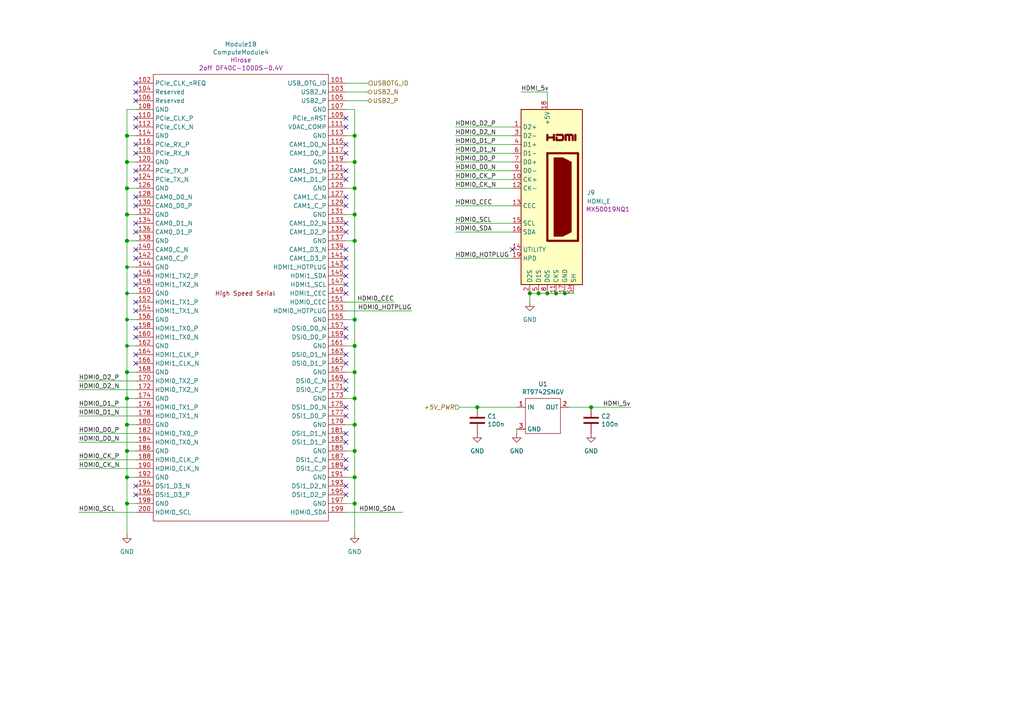
<source format=kicad_sch>
(kicad_sch (version 20231120) (generator "eeschema") (generator_version "8.0")
  (paper "A4")
  (lib_symbols
    (symbol "CM4IO:ComputeModule4-CM4"
      (property "Reference" "Module" (at 113.03 -68.58 0))
      (property "Value" "ComputeModule4-CM4" (at 140.97 2.54 0))
      (property "Field4" "Hirose" (at 0 0 0))
      (property "Field5" "2x DF40C-100DS-0.4V" (at 0 -2.54 0))
      (symbol "ComputeModule4-CM4_1_0"
        (text "GPIO" (at 0 6.35 0) (effects (font (size 1.27 1.27))))
      )
      (symbol "ComputeModule4-CM4_1_1"
        (rectangle (start -30.48 -71.12) (end 25.4 58.42))
        (text "600mA Max" (at -8.89 -53.34 0) (effects (font (size 1.27 1.27))))
        (text "600mA Max" (at -8.89 -48.26 0) (effects (font (size 1.27 1.27))))
        (text "NB SD signals are only available" (at -1.27 -27.94 0) (effects (font (size 1.27 1.27))))
        (text "on modules without eMMC" (at -1.27 -30.48 0) (effects (font (size 1.27 1.27))))
        (pin power_in line (at 27.94 55.88 180) (length 2.54) (name "GND") (number "1"))
        (pin passive line (at -33.02 45.72 0) (length 2.54) (name "Ethernet_Pair0_N") (number "10"))
        (pin output line (at -33.02 -68.58 0) (length 2.54) (name "nEXTRST") (number "100"))
        (pin passive line (at 27.94 43.18 180) (length 2.54) (name "Ethernet_Pair2_P") (number "11"))
        (pin passive line (at -33.02 43.18 0) (length 2.54) (name "Ethernet_Pair0_P") (number "12"))
        (pin power_in line (at 27.94 40.64 180) (length 2.54) (name "GND") (number "13"))
        (pin power_in line (at -33.02 40.64 0) (length 2.54) (name "GND") (number "14"))
        (pin output line (at 27.94 38.1 180) (length 2.54) (name "Ethernet_nLED3(3.3v)") (number "15"))
        (pin input line (at -33.02 38.1 0) (length 2.54) (name "Ethernet_SYNC_IN(1.8v)") (number "16"))
        (pin output line (at 27.94 35.56 180) (length 2.54) (name "Ethernet_nLED2(3.3v)") (number "17"))
        (pin input line (at -33.02 35.56 0) (length 2.54) (name "Ethernet_SYNC_OUT(1.8v)") (number "18"))
        (pin output line (at 27.94 33.02 180) (length 2.54) (name "Ethernet_nLED1(3.3v)") (number "19"))
        (pin power_in line (at -33.02 55.88 0) (length 2.54) (name "GND") (number "2"))
        (pin passive line (at -33.02 33.02 0) (length 2.54) (name "EEPROM_nWP") (number "20"))
        (pin open_collector line (at 27.94 30.48 180) (length 2.54) (name "PI_nLED_Activity") (number "21"))
        (pin power_in line (at -33.02 30.48 0) (length 2.54) (name "GND") (number "22"))
        (pin power_in line (at 27.94 27.94 180) (length 2.54) (name "GND") (number "23"))
        (pin passive line (at -33.02 27.94 0) (length 2.54) (name "GPIO26") (number "24"))
        (pin passive line (at 27.94 25.4 180) (length 2.54) (name "GPIO21") (number "25"))
        (pin passive line (at -33.02 25.4 0) (length 2.54) (name "GPIO19") (number "26"))
        (pin passive line (at 27.94 22.86 180) (length 2.54) (name "GPIO20") (number "27"))
        (pin passive line (at -33.02 22.86 0) (length 2.54) (name "GPIO13") (number "28"))
        (pin passive line (at 27.94 20.32 180) (length 2.54) (name "GPIO16") (number "29"))
        (pin passive line (at 27.94 53.34 180) (length 2.54) (name "Ethernet_Pair3_P") (number "3"))
        (pin passive line (at -33.02 20.32 0) (length 2.54) (name "GPIO6") (number "30"))
        (pin passive line (at 27.94 17.78 180) (length 2.54) (name "GPIO12") (number "31"))
        (pin power_in line (at -33.02 17.78 0) (length 2.54) (name "GND") (number "32"))
        (pin power_in line (at 27.94 15.24 180) (length 2.54) (name "GND") (number "33"))
        (pin passive line (at -33.02 15.24 0) (length 2.54) (name "GPIO5") (number "34"))
        (pin passive line (at 27.94 12.7 180) (length 2.54) (name "ID_SC") (number "35"))
        (pin passive line (at -33.02 12.7 0) (length 2.54) (name "ID_SD") (number "36"))
        (pin passive line (at 27.94 10.16 180) (length 2.54) (name "GPIO7") (number "37"))
        (pin passive line (at -33.02 10.16 0) (length 2.54) (name "GPIO11") (number "38"))
        (pin passive line (at 27.94 7.62 180) (length 2.54) (name "GPIO8") (number "39"))
        (pin passive line (at -33.02 53.34 0) (length 2.54) (name "Ethernet_Pair1_P") (number "4"))
        (pin passive line (at -33.02 7.62 0) (length 2.54) (name "GPIO9") (number "40"))
        (pin passive line (at 27.94 5.08 180) (length 2.54) (name "GPIO25") (number "41"))
        (pin power_in line (at -33.02 5.08 0) (length 2.54) (name "GND") (number "42"))
        (pin power_in line (at 27.94 2.54 180) (length 2.54) (name "GND") (number "43"))
        (pin passive line (at -33.02 2.54 0) (length 2.54) (name "GPIO10") (number "44"))
        (pin passive line (at 27.94 0 180) (length 2.54) (name "GPIO24") (number "45"))
        (pin passive line (at -33.02 0 0) (length 2.54) (name "GPIO22") (number "46"))
        (pin passive line (at 27.94 -2.54 180) (length 2.54) (name "GPIO23") (number "47"))
        (pin passive line (at -33.02 -2.54 0) (length 2.54) (name "GPIO27") (number "48"))
        (pin passive line (at 27.94 -5.08 180) (length 2.54) (name "GPIO18") (number "49"))
        (pin passive line (at 27.94 50.8 180) (length 2.54) (name "Ethernet_Pair3_N") (number "5"))
        (pin passive line (at -33.02 -5.08 0) (length 2.54) (name "GPIO17") (number "50"))
        (pin passive line (at 27.94 -7.62 180) (length 2.54) (name "GPIO15") (number "51"))
        (pin power_in line (at -33.02 -7.62 0) (length 2.54) (name "GND") (number "52"))
        (pin power_in line (at 27.94 -10.16 180) (length 2.54) (name "GND") (number "53"))
        (pin passive line (at -33.02 -10.16 0) (length 2.54) (name "GPIO4") (number "54"))
        (pin passive line (at 27.94 -12.7 180) (length 2.54) (name "GPIO14") (number "55"))
        (pin passive line (at -33.02 -12.7 0) (length 2.54) (name "GPIO3") (number "56"))
        (pin passive line (at 27.94 -15.24 180) (length 2.54) (name "SD_CLK") (number "57"))
        (pin passive line (at -33.02 -15.24 0) (length 2.54) (name "GPIO2") (number "58"))
        (pin power_in line (at 27.94 -17.78 180) (length 2.54) (name "GND") (number "59"))
        (pin passive line (at -33.02 50.8 0) (length 2.54) (name "Ethernet_Pair1_N") (number "6"))
        (pin power_in line (at -33.02 -17.78 0) (length 2.54) (name "GND") (number "60"))
        (pin passive line (at 27.94 -20.32 180) (length 2.54) (name "SD_DAT3") (number "61"))
        (pin passive line (at -33.02 -20.32 0) (length 2.54) (name "SD_CMD") (number "62"))
        (pin passive line (at 27.94 -22.86 180) (length 2.54) (name "SD_DAT0") (number "63"))
        (pin passive line (at -33.02 -22.86 0) (length 2.54) (name "SD_DAT5") (number "64"))
        (pin power_in line (at 27.94 -25.4 180) (length 2.54) (name "GND") (number "65"))
        (pin power_in line (at -33.02 -25.4 0) (length 2.54) (name "GND") (number "66"))
        (pin passive line (at 27.94 -27.94 180) (length 2.54) (name "SD_DAT1") (number "67"))
        (pin passive line (at -33.02 -27.94 0) (length 2.54) (name "SD_DAT4") (number "68"))
        (pin passive line (at 27.94 -30.48 180) (length 2.54) (name "SD_DAT2") (number "69"))
        (pin power_in line (at 27.94 48.26 180) (length 2.54) (name "GND") (number "7"))
        (pin passive line (at -33.02 -30.48 0) (length 2.54) (name "SD_DAT7") (number "70"))
        (pin power_in line (at 27.94 -33.02 180) (length 2.54) (name "GND") (number "71"))
        (pin passive line (at -33.02 -33.02 0) (length 2.54) (name "SD_DAT6") (number "72"))
        (pin input line (at 27.94 -35.56 180) (length 2.54) (name "SD_VDD_Override") (number "73"))
        (pin power_in line (at -33.02 -35.56 0) (length 2.54) (name "GND") (number "74"))
        (pin output line (at 27.94 -38.1 180) (length 2.54) (name "SD_PWR_ON") (number "75"))
        (pin passive line (at -33.02 -38.1 0) (length 2.54) (name "Reserved") (number "76"))
        (pin power_in line (at 27.94 -40.64 180) (length 2.54) (name "+5v_(Input)") (number "77"))
        (pin power_in line (at -33.02 -40.64 0) (length 2.54) (name "GPIO_VREF(1.8v/3.3v_Input)") (number "78"))
        (pin power_in line (at 27.94 -43.18 180) (length 2.54) (name "+5v_(Input)") (number "79"))
        (pin power_in line (at -33.02 48.26 0) (length 2.54) (name "GND") (number "8"))
        (pin passive line (at -33.02 -43.18 0) (length 2.54) (name "SCL0") (number "80"))
        (pin power_in line (at 27.94 -45.72 180) (length 2.54) (name "+5v_(Input)") (number "81"))
        (pin passive line (at -33.02 -45.72 0) (length 2.54) (name "SDA0") (number "82"))
        (pin power_in line (at 27.94 -48.26 180) (length 2.54) (name "+5v_(Input)") (number "83"))
        (pin power_out line (at -33.02 -48.26 0) (length 2.54) (name "+3.3v_(Output)") (number "84"))
        (pin power_in line (at 27.94 -50.8 180) (length 2.54) (name "+5v_(Input)") (number "85"))
        (pin power_out line (at -33.02 -50.8 0) (length 2.54) (name "+3.3v_(Output)") (number "86"))
        (pin power_in line (at 27.94 -53.34 180) (length 2.54) (name "+5v_(Input)") (number "87"))
        (pin power_out line (at -33.02 -53.34 0) (length 2.54) (name "+1.8v_(Output)") (number "88"))
        (pin power_in line (at 27.94 -55.88 180) (length 2.54) (name "WiFi_nDisable") (number "89"))
        (pin passive line (at 27.94 45.72 180) (length 2.54) (name "Ethernet_Pair2_N") (number "9"))
        (pin power_out line (at -33.02 -55.88 0) (length 2.54) (name "+1.8v_(Output)") (number "90"))
        (pin power_in line (at 27.94 -58.42 180) (length 2.54) (name "BT_nDisable") (number "91"))
        (pin passive line (at -33.02 -58.42 0) (length 2.54) (name "RUN_PG") (number "92"))
        (pin input line (at 27.94 -60.96 180) (length 2.54) (name "nRPIBOOT") (number "93"))
        (pin passive line (at -33.02 -60.96 0) (length 2.54) (name "AnalogIP0") (number "94"))
        (pin output line (at 27.94 -63.5 180) (length 2.54) (name "nPI_LED_PWR") (number "95"))
        (pin passive line (at -33.02 -63.5 0) (length 2.54) (name "AnalogIP1") (number "96"))
        (pin passive line (at 27.94 -66.04 180) (length 2.54) (name "Camera_GPIO") (number "97"))
        (pin power_in line (at -33.02 -66.04 0) (length 2.54) (name "GND") (number "98"))
        (pin input line (at 27.94 -68.58 180) (length 2.54) (name "Global_EN") (number "99"))
      )
      (symbol "ComputeModule4-CM4_2_1"
        (rectangle (start 114.3 -66.04) (end 165.1 63.5))
        (text "High Speed Serial" (at 140.97 0 0) (effects (font (size 1.27 1.27))))
        (pin input line (at 170.18 60.96 180) (length 5.08) (name "USB_OTG_ID") (number "101"))
        (pin input line (at 109.22 60.96 0) (length 5.08) (name "PCIe_CLK_nREQ") (number "102"))
        (pin passive line (at 170.18 58.42 180) (length 5.08) (name "USB2_N") (number "103"))
        (pin passive line (at 109.22 58.42 0) (length 5.08) (name "Reserved") (number "104"))
        (pin passive line (at 170.18 55.88 180) (length 5.08) (name "USB2_P") (number "105"))
        (pin passive line (at 109.22 55.88 0) (length 5.08) (name "Reserved") (number "106"))
        (pin power_in line (at 170.18 53.34 180) (length 5.08) (name "GND") (number "107"))
        (pin power_in line (at 109.22 53.34 0) (length 5.08) (name "GND") (number "108"))
        (pin bidirectional line (at 170.18 50.8 180) (length 5.08) (name "PCIe_nRST") (number "109"))
        (pin output line (at 109.22 50.8 0) (length 5.08) (name "PCIe_CLK_P") (number "110"))
        (pin passive line (at 170.18 48.26 180) (length 5.08) (name "VDAC_COMP") (number "111"))
        (pin output line (at 109.22 48.26 0) (length 5.08) (name "PCIe_CLK_N") (number "112"))
        (pin power_in line (at 170.18 45.72 180) (length 5.08) (name "GND") (number "113"))
        (pin power_in line (at 109.22 45.72 0) (length 5.08) (name "GND") (number "114"))
        (pin input line (at 170.18 43.18 180) (length 5.08) (name "CAM1_D0_N") (number "115"))
        (pin input line (at 109.22 43.18 0) (length 5.08) (name "PCIe_RX_P") (number "116"))
        (pin input line (at 170.18 40.64 180) (length 5.08) (name "CAM1_D0_P") (number "117"))
        (pin input line (at 109.22 40.64 0) (length 5.08) (name "PCIe_RX_N") (number "118"))
        (pin power_in line (at 170.18 38.1 180) (length 5.08) (name "GND") (number "119"))
        (pin power_in line (at 109.22 38.1 0) (length 5.08) (name "GND") (number "120"))
        (pin input line (at 170.18 35.56 180) (length 5.08) (name "CAM1_D1_N") (number "121"))
        (pin output line (at 109.22 35.56 0) (length 5.08) (name "PCIe_TX_P") (number "122"))
        (pin input line (at 170.18 33.02 180) (length 5.08) (name "CAM1_D1_P") (number "123"))
        (pin output line (at 109.22 33.02 0) (length 5.08) (name "PCIe_TX_N") (number "124"))
        (pin power_in line (at 170.18 30.48 180) (length 5.08) (name "GND") (number "125"))
        (pin power_in line (at 109.22 30.48 0) (length 5.08) (name "GND") (number "126"))
        (pin input line (at 170.18 27.94 180) (length 5.08) (name "CAM1_C_N") (number "127"))
        (pin input line (at 109.22 27.94 0) (length 5.08) (name "CAM0_D0_N") (number "128"))
        (pin input line (at 170.18 25.4 180) (length 5.08) (name "CAM1_C_P") (number "129"))
        (pin input line (at 109.22 25.4 0) (length 5.08) (name "CAM0_D0_P") (number "130"))
        (pin power_in line (at 170.18 22.86 180) (length 5.08) (name "GND") (number "131"))
        (pin power_in line (at 109.22 22.86 0) (length 5.08) (name "GND") (number "132"))
        (pin input line (at 170.18 20.32 180) (length 5.08) (name "CAM1_D2_N") (number "133"))
        (pin input line (at 109.22 20.32 0) (length 5.08) (name "CAM0_D1_N") (number "134"))
        (pin input line (at 170.18 17.78 180) (length 5.08) (name "CAM1_D2_P") (number "135"))
        (pin input line (at 109.22 17.78 0) (length 5.08) (name "CAM0_D1_P") (number "136"))
        (pin power_in line (at 170.18 15.24 180) (length 5.08) (name "GND") (number "137"))
        (pin power_in line (at 109.22 15.24 0) (length 5.08) (name "GND") (number "138"))
        (pin input line (at 170.18 12.7 180) (length 5.08) (name "CAM1_D3_N") (number "139"))
        (pin input line (at 109.22 12.7 0) (length 5.08) (name "CAM0_C_N") (number "140"))
        (pin input line (at 170.18 10.16 180) (length 5.08) (name "CAM1_D3_P") (number "141"))
        (pin input line (at 109.22 10.16 0) (length 5.08) (name "CAM0_C_P") (number "142"))
        (pin input line (at 170.18 7.62 180) (length 5.08) (name "HDMI1_HOTPLUG") (number "143"))
        (pin power_in line (at 109.22 7.62 0) (length 5.08) (name "GND") (number "144"))
        (pin bidirectional line (at 170.18 5.08 180) (length 5.08) (name "HDMI1_SDA") (number "145"))
        (pin output line (at 109.22 5.08 0) (length 5.08) (name "HDMI1_TX2_P") (number "146"))
        (pin open_collector line (at 170.18 2.54 180) (length 5.08) (name "HDMI1_SCL") (number "147"))
        (pin output line (at 109.22 2.54 0) (length 5.08) (name "HDMI1_TX2_N") (number "148"))
        (pin open_collector line (at 170.18 0 180) (length 5.08) (name "HDMI1_CEC") (number "149"))
        (pin power_in line (at 109.22 0 0) (length 5.08) (name "GND") (number "150"))
        (pin open_collector line (at 170.18 -2.54 180) (length 5.08) (name "HDMI0_CEC") (number "151"))
        (pin output line (at 109.22 -2.54 0) (length 5.08) (name "HDMI1_TX1_P") (number "152"))
        (pin input line (at 170.18 -5.08 180) (length 5.08) (name "HDMI0_HOTPLUG") (number "153"))
        (pin output line (at 109.22 -5.08 0) (length 5.08) (name "HDMI1_TX1_N") (number "154"))
        (pin power_in line (at 170.18 -7.62 180) (length 5.08) (name "GND") (number "155"))
        (pin power_in line (at 109.22 -7.62 0) (length 5.08) (name "GND") (number "156"))
        (pin output line (at 170.18 -10.16 180) (length 5.08) (name "DSI0_D0_N") (number "157"))
        (pin output line (at 109.22 -10.16 0) (length 5.08) (name "HDMI1_TX0_P") (number "158"))
        (pin output line (at 170.18 -12.7 180) (length 5.08) (name "DSI0_D0_P") (number "159"))
        (pin output line (at 109.22 -12.7 0) (length 5.08) (name "HDMI1_TX0_N") (number "160"))
        (pin power_in line (at 170.18 -15.24 180) (length 5.08) (name "GND") (number "161"))
        (pin power_in line (at 109.22 -15.24 0) (length 5.08) (name "GND") (number "162"))
        (pin output line (at 170.18 -17.78 180) (length 5.08) (name "DSI0_D1_N") (number "163"))
        (pin output line (at 109.22 -17.78 0) (length 5.08) (name "HDMI1_CLK_P") (number "164"))
        (pin output line (at 170.18 -20.32 180) (length 5.08) (name "DSI0_D1_P") (number "165"))
        (pin output line (at 109.22 -20.32 0) (length 5.08) (name "HDMI1_CLK_N") (number "166"))
        (pin power_in line (at 170.18 -22.86 180) (length 5.08) (name "GND") (number "167"))
        (pin power_in line (at 109.22 -22.86 0) (length 5.08) (name "GND") (number "168"))
        (pin output line (at 170.18 -25.4 180) (length 5.08) (name "DSI0_C_N") (number "169"))
        (pin output line (at 109.22 -25.4 0) (length 5.08) (name "HDMI0_TX2_P") (number "170"))
        (pin output line (at 170.18 -27.94 180) (length 5.08) (name "DSI0_C_P") (number "171"))
        (pin output line (at 109.22 -27.94 0) (length 5.08) (name "HDMI0_TX2_N") (number "172"))
        (pin power_in line (at 170.18 -30.48 180) (length 5.08) (name "GND") (number "173"))
        (pin power_in line (at 109.22 -30.48 0) (length 5.08) (name "GND") (number "174"))
        (pin output line (at 170.18 -33.02 180) (length 5.08) (name "DSI1_D0_N") (number "175"))
        (pin output line (at 109.22 -33.02 0) (length 5.08) (name "HDMI0_TX1_P") (number "176"))
        (pin output line (at 170.18 -35.56 180) (length 5.08) (name "DSI1_D0_P") (number "177"))
        (pin output line (at 109.22 -35.56 0) (length 5.08) (name "HDMI0_TX1_N") (number "178"))
        (pin power_in line (at 170.18 -38.1 180) (length 5.08) (name "GND") (number "179"))
        (pin power_in line (at 109.22 -38.1 0) (length 5.08) (name "GND") (number "180"))
        (pin output line (at 170.18 -40.64 180) (length 5.08) (name "DSI1_D1_N") (number "181"))
        (pin output line (at 109.22 -40.64 0) (length 5.08) (name "HDMI0_TX0_P") (number "182"))
        (pin output line (at 170.18 -43.18 180) (length 5.08) (name "DSI1_D1_P") (number "183"))
        (pin output line (at 109.22 -43.18 0) (length 5.08) (name "HDMI0_TX0_N") (number "184"))
        (pin power_in line (at 170.18 -45.72 180) (length 5.08) (name "GND") (number "185"))
        (pin power_in line (at 109.22 -45.72 0) (length 5.08) (name "GND") (number "186"))
        (pin output line (at 170.18 -48.26 180) (length 5.08) (name "DSI1_C_N") (number "187"))
        (pin output line (at 109.22 -48.26 0) (length 5.08) (name "HDMI0_CLK_P") (number "188"))
        (pin output line (at 170.18 -50.8 180) (length 5.08) (name "DSI1_C_P") (number "189"))
        (pin output line (at 109.22 -50.8 0) (length 5.08) (name "HDMI0_CLK_N") (number "190"))
        (pin power_in line (at 170.18 -53.34 180) (length 5.08) (name "GND") (number "191"))
        (pin power_in line (at 109.22 -53.34 0) (length 5.08) (name "GND") (number "192"))
        (pin output line (at 170.18 -55.88 180) (length 5.08) (name "DSI1_D2_N") (number "193"))
        (pin output line (at 109.22 -55.88 0) (length 5.08) (name "DSI1_D3_N") (number "194"))
        (pin output line (at 170.18 -58.42 180) (length 5.08) (name "DSI1_D2_P") (number "195"))
        (pin output line (at 109.22 -58.42 0) (length 5.08) (name "DSI1_D3_P") (number "196"))
        (pin power_in line (at 170.18 -60.96 180) (length 5.08) (name "GND") (number "197"))
        (pin power_in line (at 109.22 -60.96 0) (length 5.08) (name "GND") (number "198"))
        (pin bidirectional line (at 170.18 -63.5 180) (length 5.08) (name "HDMI0_SDA") (number "199"))
        (pin open_collector line (at 109.22 -63.5 0) (length 5.08) (name "HDMI0_SCL") (number "200"))
      )
    )
    (symbol "CM4IO:RT9742SNGV"
      (property "Reference" "U12" (at 2.54 10.541 0))
      (property "Value" "RT9742SNGV" (at 2.54 8.2296 0))
      (symbol "RT9742SNGV_0_1"
        (rectangle (start -2.54 6.35) (end 7.62 -3.81))
      )
      (symbol "RT9742SNGV_1_1"
        (pin power_in line (at -5.08 3.81 0) (length 2.54) (name "IN") (number "1"))
        (pin output line (at 10.16 3.81 180) (length 2.54) (name "OUT") (number "2"))
        (pin power_in line (at -5.08 -2.54 0) (length 2.54) (name "GND") (number "3"))
      )
    )
    (symbol "Connector:HDMI_E"
      (property "Reference" "J" (at -6.35 26.67 0))
      (property "Value" "HDMI_E" (at 10.16 26.67 0))
      (symbol "HDMI_E_0_0"
        (polyline (pts (xy 8.128 16.51) (xy 8.128 18.034)) (stroke (width 0.635)))
        (polyline (pts (xy 0 16.51) (xy 0 18.034) (xy 0 17.272) (xy 1.905 17.272) (xy 1.905 18.034) (xy 1.905 16.51)) (stroke (width 0.635)))
        (polyline (pts (xy 2.667 18.034) (xy 4.318 18.034) (xy 4.572 17.78) (xy 4.572 16.764) (xy 4.318 16.51) (xy 2.667 16.51) (xy 2.667 17.272)) (stroke (width 0.635)))
      )
      (symbol "HDMI_E_0_1"
        (rectangle (start -7.62 25.4) (end 10.16 -25.4) (stroke (width 0.254)) (fill (type background)))
        (polyline (pts (xy 1.905 11.43) (xy 4.445 11.43) (xy 6.985 10.16) (xy 6.985 -10.16) (xy 4.445 -11.43) (xy 1.905 -11.43) (xy 1.905 11.43)) (fill (type outline)))
        (polyline (pts (xy 5.334 16.51) (xy 5.334 18.034) (xy 6.35 18.034) (xy 6.35 16.51) (xy 6.35 18.034) (xy 7.112 18.034) (xy 7.366 17.78) (xy 7.366 16.51)) (stroke (width 0.635)))
        (rectangle (start 0 12.7) (end 8.89 -12.7) (stroke (width 0.635)))
      )
      (symbol "HDMI_E_1_1"
        (pin passive line (at -10.16 20.32 0) (length 2.54) (name "D2+") (number "1"))
        (pin passive line (at -10.16 5.08 0) (length 2.54) (name "CK+") (number "10"))
        (pin power_in line (at 2.54 -27.94 90) (length 2.54) (name "CKS") (number "11"))
        (pin passive line (at -10.16 2.54 0) (length 2.54) (name "CK-") (number "12"))
        (pin bidirectional line (at -10.16 -2.54 0) (length 2.54) (name "CEC") (number "13"))
        (pin passive line (at -10.16 -15.24 0) (length 2.54) (name "UTILITY") (number "14"))
        (pin passive line (at -10.16 -7.62 0) (length 2.54) (name "SCL") (number "15"))
        (pin bidirectional line (at -10.16 -10.16 0) (length 2.54) (name "SDA") (number "16"))
        (pin power_in line (at 5.08 -27.94 90) (length 2.54) (name "GND") (number "17"))
        (pin power_in line (at 0 27.94 270) (length 2.54) (name "+5V") (number "18"))
        (pin passive line (at -10.16 -17.78 0) (length 2.54) (name "HPD") (number "19"))
        (pin power_in line (at -5.08 -27.94 90) (length 2.54) (name "D2S") (number "2"))
        (pin passive line (at -10.16 17.78 0) (length 2.54) (name "D2-") (number "3"))
        (pin passive line (at -10.16 15.24 0) (length 2.54) (name "D1+") (number "4"))
        (pin power_in line (at -2.54 -27.94 90) (length 2.54) (name "D1S") (number "5"))
        (pin passive line (at -10.16 12.7 0) (length 2.54) (name "D1-") (number "6"))
        (pin passive line (at -10.16 10.16 0) (length 2.54) (name "D0+") (number "7"))
        (pin power_in line (at 0 -27.94 90) (length 2.54) (name "D0S") (number "8"))
        (pin passive line (at -10.16 7.62 0) (length 2.54) (name "D0-") (number "9"))
        (pin passive line (at 7.62 -27.94 90) (length 2.54) (name "SH") (number "SH"))
      )
    )
    (symbol "Device:C" (pin_numbers hide) (pin_names (offset 0.254))
      (property "Reference" "C" (at 0.635 2.54 0))
      (property "Value" "C" (at 0.635 -2.54 0))
      (symbol "C_0_1"
        (polyline (pts (xy -2.032 -0.762) (xy 2.032 -0.762)) (stroke (width 0.508)))
        (polyline (pts (xy -2.032 0.762) (xy 2.032 0.762)) (stroke (width 0.508)))
      )
      (symbol "C_1_1"
        (pin passive line (at 0 3.81 270) (length 2.794) (name "~") (number "1"))
        (pin passive line (at 0 -3.81 90) (length 2.794) (name "~") (number "2"))
      )
    )
    (symbol "GND_1" (power) (pin_numbers hide) (pin_names (offset 0) hide)
      (property "Value" "GND" (at 0 -3.81 0))
      (symbol "GND_1_0_1"
        (polyline (pts (xy 0 0) (xy 0 -1.27) (xy 1.27 -1.27) (xy 0 -2.54) (xy -1.27 -1.27) (xy 0 -1.27)))
      )
      (symbol "GND_1_1_1"
        (pin power_in line (at 0 0 270) (length 0) (name "~") (number "1"))
      )
    )
    (symbol "power:GND" (power) (pin_numbers hide) (pin_names (offset 0) hide)
      (property "Value" "GND" (at 0 -3.81 0))
      (symbol "GND_0_1"
        (polyline (pts (xy 0 0) (xy 0 -1.27) (xy 1.27 -1.27) (xy 0 -2.54) (xy -1.27 -1.27) (xy 0 -1.27)))
      )
      (symbol "GND_1_1"
        (pin power_in line (at 0 0 270) (length 0) (name "~") (number "1"))
      )
    )
  )
  (junction (at 102.87 130.81) (diameter 1.016))
  (junction (at 36.83 69.85) (diameter 1.016))
  (junction (at 36.83 77.47))
  (junction (at 102.87 92.71) (diameter 1.016))
  (junction (at 36.83 100.33))
  (junction (at 102.87 46.99) (diameter 1.016))
  (junction (at 36.83 85.09))
  (junction (at 36.83 54.61) (diameter 1.016))
  (junction (at 36.83 115.57) (diameter 1.016))
  (junction (at 102.87 54.61) (diameter 1.016))
  (junction (at 102.87 107.95) (diameter 1.016))
  (junction (at 171.45 118.11) (diameter 1.016))
  (junction (at 158.75 85.09) (diameter 1.016))
  (junction (at 102.87 39.37) (diameter 1.016))
  (junction (at 36.83 62.23) (diameter 1.016))
  (junction (at 163.83 85.09) (diameter 1.016))
  (junction (at 102.87 100.33) (diameter 1.016))
  (junction (at 36.83 123.19) (diameter 1.016))
  (junction (at 102.87 123.19) (diameter 1.016))
  (junction (at 161.29 85.09) (diameter 1.016))
  (junction (at 36.83 39.37) (diameter 1.016))
  (junction (at 138.43 118.11) (diameter 1.016))
  (junction (at 36.83 46.99) (diameter 1.016))
  (junction (at 36.83 92.71))
  (junction (at 36.83 130.81) (diameter 1.016))
  (junction (at 36.83 107.95) (diameter 1.016))
  (junction (at 102.87 138.43) (diameter 1.016))
  (junction (at 102.87 69.85) (diameter 1.016))
  (junction (at 102.87 62.23) (diameter 1.016))
  (junction (at 102.87 146.05) (diameter 1.016))
  (junction (at 153.67 85.09) (diameter 1.016))
  (junction (at 102.87 115.57) (diameter 1.016))
  (junction (at 36.83 138.43) (diameter 1.016))
  (junction (at 36.83 146.05) (diameter 1.016))
  (junction (at 156.21 85.09) (diameter 1.016))
  (no_connect (at 100.33 120.65))
  (no_connect (at 100.33 113.03))
  (no_connect (at 39.37 67.31))
  (no_connect (at 100.33 64.77))
  (no_connect (at 148.59 72.39))
  (no_connect (at 100.33 97.79))
  (no_connect (at 39.37 34.29))
  (no_connect (at 100.33 36.83))
  (no_connect (at 100.33 80.01))
  (no_connect (at 39.37 140.97))
  (no_connect (at 39.37 82.55))
  (no_connect (at 39.37 143.51))
  (no_connect (at 100.33 77.47))
  (no_connect (at 100.33 34.29))
  (no_connect (at 39.37 102.87))
  (no_connect (at 39.37 49.53))
  (no_connect (at 39.37 64.77))
  (no_connect (at 100.33 44.45))
  (no_connect (at 39.37 24.13))
  (no_connect (at 100.33 128.27))
  (no_connect (at 100.33 95.25))
  (no_connect (at 100.33 74.93))
  (no_connect (at 100.33 57.15))
  (no_connect (at 39.37 44.45))
  (no_connect (at 39.37 36.83))
  (no_connect (at 39.37 105.41))
  (no_connect (at 39.37 80.01))
  (no_connect (at 100.33 85.09))
  (no_connect (at 39.37 41.91))
  (no_connect (at 39.37 90.17))
  (no_connect (at 39.37 57.15))
  (no_connect (at 39.37 95.25))
  (no_connect (at 100.33 82.55))
  (no_connect (at 100.33 140.97))
  (no_connect (at 39.37 52.07))
  (no_connect (at 100.33 102.87))
  (no_connect (at 100.33 110.49))
  (no_connect (at 100.33 135.89))
  (no_connect (at 100.33 133.35))
  (no_connect (at 100.33 72.39))
  (no_connect (at 100.33 49.53))
  (no_connect (at 100.33 52.07))
  (no_connect (at 100.33 59.69))
  (no_connect (at 100.33 125.73))
  (no_connect (at 39.37 74.93))
  (no_connect (at 100.33 143.51))
  (no_connect (at 100.33 67.31))
  (no_connect (at 39.37 97.79))
  (no_connect (at 39.37 59.69))
  (no_connect (at 39.37 29.21))
  (no_connect (at 100.33 105.41))
  (no_connect (at 39.37 26.67))
  (no_connect (at 39.37 72.39))
  (no_connect (at 100.33 118.11))
  (no_connect (at 39.37 87.63))
  (no_connect (at 100.33 41.91))
  (wire (pts (xy 36.83 123.19) (xy 39.37 123.19)))
  (wire (pts (xy 102.87 138.43) (xy 102.87 146.05)))
  (wire (pts (xy 36.83 69.85) (xy 39.37 69.85)))
  (wire (pts (xy 102.87 69.85) (xy 102.87 62.23)))
  (wire (pts (xy 132.08 46.99) (xy 148.59 46.99)))
  (wire (pts (xy 36.83 31.75) (xy 36.83 39.37)))
  (wire (pts (xy 158.75 26.67) (xy 151.13 26.67)))
  (wire (pts (xy 100.33 39.37) (xy 102.87 39.37)))
  (wire (pts (xy 102.87 31.75) (xy 100.33 31.75)))
  (wire (pts (xy 36.83 92.71) (xy 36.83 100.33)))
  (wire (pts (xy 158.75 85.09) (xy 161.29 85.09)))
  (wire (pts (xy 36.83 146.05) (xy 36.83 154.94)))
  (wire (pts (xy 102.87 130.81) (xy 102.87 138.43)))
  (wire (pts (xy 100.33 90.17) (xy 119.38 90.17)))
  (wire (pts (xy 39.37 138.43) (xy 36.83 138.43)))
  (wire (pts (xy 36.83 107.95) (xy 36.83 115.57)))
  (wire (pts (xy 100.33 46.99) (xy 102.87 46.99)))
  (wire (pts (xy 100.33 107.95) (xy 102.87 107.95)))
  (wire (pts (xy 102.87 46.99) (xy 102.87 39.37)))
  (wire (pts (xy 39.37 146.05) (xy 36.83 146.05)))
  (wire (pts (xy 22.86 110.49) (xy 39.37 110.49)))
  (wire (pts (xy 102.87 54.61) (xy 102.87 46.99)))
  (wire (pts (xy 165.1 118.11) (xy 171.45 118.11)))
  (wire (pts (xy 102.87 92.71) (xy 102.87 100.33)))
  (wire (pts (xy 36.83 100.33) (xy 36.83 107.95)))
  (wire (pts (xy 36.83 138.43) (xy 36.83 146.05)))
  (wire (pts (xy 132.08 67.31) (xy 148.59 67.31)))
  (wire (pts (xy 39.37 85.09) (xy 36.83 85.09)))
  (wire (pts (xy 36.83 85.09) (xy 36.83 92.71)))
  (wire (pts (xy 171.45 118.11) (xy 182.88 118.11)))
  (wire (pts (xy 100.33 54.61) (xy 102.87 54.61)))
  (wire (pts (xy 106.68 24.13) (xy 100.33 24.13)))
  (wire (pts (xy 132.08 74.93) (xy 148.59 74.93)))
  (wire (pts (xy 36.83 54.61) (xy 36.83 62.23)))
  (wire (pts (xy 161.29 85.09) (xy 163.83 85.09)))
  (wire (pts (xy 36.83 39.37) (xy 39.37 39.37)))
  (wire (pts (xy 153.67 85.09) (xy 156.21 85.09)))
  (wire (pts (xy 100.33 146.05) (xy 102.87 146.05)))
  (wire (pts (xy 102.87 100.33) (xy 102.87 107.95)))
  (wire (pts (xy 39.37 31.75) (xy 36.83 31.75)))
  (wire (pts (xy 133.35 118.11) (xy 138.43 118.11)))
  (wire (pts (xy 36.83 54.61) (xy 39.37 54.61)))
  (wire (pts (xy 36.83 62.23) (xy 39.37 62.23)))
  (wire (pts (xy 132.08 59.69) (xy 148.59 59.69)))
  (wire (pts (xy 39.37 77.47) (xy 36.83 77.47)))
  (wire (pts (xy 132.08 52.07) (xy 148.59 52.07)))
  (wire (pts (xy 100.33 87.63) (xy 114.3 87.63)))
  (wire (pts (xy 22.86 133.35) (xy 39.37 133.35)))
  (wire (pts (xy 36.83 77.47) (xy 36.83 85.09)))
  (wire (pts (xy 36.83 69.85) (xy 36.83 77.47)))
  (wire (pts (xy 138.43 118.11) (xy 149.86 118.11)))
  (wire (pts (xy 132.08 41.91) (xy 148.59 41.91)))
  (wire (pts (xy 22.86 120.65) (xy 39.37 120.65)))
  (wire (pts (xy 36.83 107.95) (xy 39.37 107.95)))
  (wire (pts (xy 36.83 130.81) (xy 39.37 130.81)))
  (wire (pts (xy 132.08 44.45) (xy 148.59 44.45)))
  (wire (pts (xy 100.33 62.23) (xy 102.87 62.23)))
  (wire (pts (xy 153.67 85.09) (xy 153.67 87.63)))
  (wire (pts (xy 132.08 36.83) (xy 148.59 36.83)))
  (wire (pts (xy 149.86 124.46) (xy 149.86 125.73)))
  (wire (pts (xy 36.83 62.23) (xy 36.83 69.85)))
  (wire (pts (xy 102.87 115.57) (xy 102.87 123.19)))
  (wire (pts (xy 36.83 115.57) (xy 39.37 115.57)))
  (wire (pts (xy 100.33 130.81) (xy 102.87 130.81)))
  (wire (pts (xy 36.83 100.33) (xy 39.37 100.33)))
  (wire (pts (xy 100.33 123.19) (xy 102.87 123.19)))
  (wire (pts (xy 100.33 100.33) (xy 102.87 100.33)))
  (wire (pts (xy 102.87 62.23) (xy 102.87 54.61)))
  (wire (pts (xy 100.33 26.67) (xy 106.68 26.67)))
  (wire (pts (xy 36.83 115.57) (xy 36.83 123.19)))
  (wire (pts (xy 22.86 125.73) (xy 39.37 125.73)))
  (wire (pts (xy 22.86 148.59) (xy 39.37 148.59)))
  (wire (pts (xy 100.33 29.21) (xy 106.68 29.21)))
  (wire (pts (xy 36.83 130.81) (xy 36.83 138.43)))
  (wire (pts (xy 102.87 39.37) (xy 102.87 31.75)))
  (wire (pts (xy 36.83 123.19) (xy 36.83 130.81)))
  (wire (pts (xy 156.21 85.09) (xy 158.75 85.09)))
  (wire (pts (xy 22.86 118.11) (xy 39.37 118.11)))
  (wire (pts (xy 36.83 46.99) (xy 39.37 46.99)))
  (wire (pts (xy 132.08 54.61) (xy 148.59 54.61)))
  (wire (pts (xy 22.86 128.27) (xy 39.37 128.27)))
  (wire (pts (xy 100.33 138.43) (xy 102.87 138.43)))
  (wire (pts (xy 36.83 46.99) (xy 36.83 54.61)))
  (wire (pts (xy 132.08 39.37) (xy 148.59 39.37)))
  (wire (pts (xy 132.08 49.53) (xy 148.59 49.53)))
  (wire (pts (xy 102.87 107.95) (xy 102.87 115.57)))
  (wire (pts (xy 102.87 123.19) (xy 102.87 130.81)))
  (wire (pts (xy 102.87 146.05) (xy 102.87 154.94)))
  (wire (pts (xy 100.33 69.85) (xy 102.87 69.85)))
  (wire (pts (xy 36.83 39.37) (xy 36.83 46.99)))
  (wire (pts (xy 102.87 69.85) (xy 102.87 92.71)))
  (wire (pts (xy 100.33 92.71) (xy 102.87 92.71)))
  (wire (pts (xy 22.86 135.89) (xy 39.37 135.89)))
  (wire (pts (xy 163.83 85.09) (xy 166.37 85.09)))
  (wire (pts (xy 132.08 64.77) (xy 148.59 64.77)))
  (wire (pts (xy 22.86 113.03) (xy 39.37 113.03)))
  (wire (pts (xy 39.37 92.71) (xy 36.83 92.71)))
  (wire (pts (xy 158.75 26.67) (xy 158.75 29.21)))
  (wire (pts (xy 100.33 115.57) (xy 102.87 115.57)))
  (wire (pts (xy 100.33 148.59) (xy 116.84 148.59)))
  (label "HDMI0_D0_P" (at 132.08 46.99 0))
  (label "HDMI0_D2_N" (at 22.86 113.03 0))
  (label "HDMI0_HOTPLUG" (at 132.08 74.93 0))
  (label "HDMI0_D1_N" (at 132.08 44.45 0))
  (label "HDMI0_D0_N" (at 22.86 128.27 0))
  (label "HDMI0_SCL" (at 132.08 64.77 0))
  (label "HDMI0_D2_N" (at 132.08 39.37 0))
  (label "HDMI0_D1_N" (at 22.86 120.65 0))
  (label "HDMI0_D0_N" (at 132.08 49.53 0))
  (label "HDMI_5v" (at 151.13 26.67 0))
  (label "HDMI_5v" (at 182.88 118.11 180))
  (label "HDMI0_CK_N" (at 132.08 54.61 0))
  (label "HDMI0_D2_P" (at 132.08 36.83 0))
  (label "HDMI0_CK_N" (at 22.86 135.89 0))
  (label "HDMI0_D2_P" (at 22.86 110.49 0))
  (label "HDMI0_D0_P" (at 22.86 125.73 0))
  (label "HDMI0_CEC" (at 132.08 59.69 0))
  (label "HDMI0_CK_P" (at 132.08 52.07 0))
  (label "HDMI0_CK_P" (at 22.86 133.35 0))
  (label "HDMI0_SDA" (at 132.08 67.31 0))
  (label "HDMI0_D1_P" (at 132.08 41.91 0))
  (label "HDMI0_HOTPLUG" (at 119.38 90.17 180))
  (label "HDMI0_CEC" (at 114.3 87.63 180))
  (label "HDMI0_SCL" (at 22.86 148.59 0))
  (label "HDMI0_D1_P" (at 22.86 118.11 0))
  (label "HDMI0_SDA" (at 104.14 148.59 0))
  (hierarchical_label "USB2_N" (shape bidirectional) (at 106.68 26.67 0))
  (hierarchical_label "USBOTG_ID" (shape input) (at 106.68 24.13 0))
  (hierarchical_label "USB2_P" (shape bidirectional) (at 106.68 29.21 0))
  (hierarchical_label "+5V_PWR" (shape input) (at 133.35 118.11 180) (effects (font (italic yes))))
  (symbol (lib_name "GND_1") (lib_id "power:GND") (at 138.43 125.73 0) (unit 1)
    (property "Reference" "#PWR03" (effects (hide yes)))
    (property "Value" "GND" (at 138.43 130.81 0))
    (property "Description" "Power symbol creates a global label with name \"GND\" , ground" (effects (hide yes)))
  )
  (symbol (lib_name "GND_1") (lib_id "power:GND") (at 36.83 154.94 0) (unit 1)
    (property "Reference" "#PWR01" (effects (hide yes)))
    (property "Value" "GND" (at 36.83 160.02 0))
    (property "Description" "Power symbol creates a global label with name \"GND\" , ground" (effects (hide yes)))
  )
  (symbol (lib_id "Connector:HDMI_E") (at 158.75 57.15 0) (unit 1)
    (property "Reference" "J9" (at 170.18 55.8799 0) (effects (justify left)))
    (property "Value" "HDMI_E" (at 170.18 58.4199 0) (effects (justify left)))
    (property "Datasheet" "https://www.jae.com/direct/topics/topics_file_download/?topics_id=64858&ext_no=04&_lang=en&v=2021052010521147606309" (effects (hide yes)))
    (property "Description" "HDMI type E connector" (effects (hide yes)))
    (property "Part No" "MX50019NQ1" (at 176.276 60.706 0))
  )
  (symbol (lib_id "power:GND") (at 153.67 87.63 0) (unit 1)
    (property "Reference" "#PWR010" (effects (hide yes)))
    (property "Value" "GND" (at 153.67 92.71 0))
    (property "Description" "Power symbol creates a global label with name \"GND\" , ground" (effects (hide yes)))
  )
  (symbol (lib_name "GND_1") (lib_id "power:GND") (at 102.87 154.94 0) (unit 1)
    (property "Reference" "#PWR02" (effects (hide yes)))
    (property "Value" "GND" (at 102.87 160.02 0))
    (property "Description" "Power symbol creates a global label with name \"GND\" , ground" (effects (hide yes)))
  )
  (symbol (lib_id "Device:C") (at 171.45 121.92 0) (unit 1)
    (property "Reference" "C2" (at 174.371 120.7516 0) (effects (justify left)))
    (property "Value" "100n" (at 174.371 123.063 0) (effects (justify left)))
    (property "Footprint" "Capacitor_SMD:C_0402_1005Metric" (effects (hide yes)))
    (property "Datasheet" "https://search.murata.co.jp/Ceramy/image/img/A01X/G101/ENG/GRM155R71C104KA88-01.pdf" (effects (hide yes)))
    (property "Field4" "Farnell" (effects (hide yes)))
    (property "Field5" "2611911" (effects (hide yes)))
    (property "Field6" "RM EMK105 B7104KV-F" (effects (hide yes)))
    (property "Field7" "TAIYO YUDEN EUROPE GMBH" (effects (hide yes)))
    (property "Part Description" "	0.1uF 10% 16V Ceramic Capacitor X7R 0402 (1005 Metric)" (effects (hide yes)))
    (property "Field8" "110091611" (effects (hide yes)))
  )
  (symbol (lib_name "GND_1") (lib_id "power:GND") (at 149.86 125.73 0) (unit 1)
    (property "Reference" "#PWR04" (effects (hide yes)))
    (property "Value" "GND" (at 149.86 130.81 0))
    (property "Description" "Power symbol creates a global label with name \"GND\" , ground" (effects (hide yes)))
  )
  (symbol (lib_id "CM4IO:RT9742SNGV") (at 154.94 121.92 0) (unit 1)
    (property "Reference" "U1" (at 157.48 111.379 0))
    (property "Value" "RT9742SNGV" (at 157.48 113.6904 0))
    (property "Footprint" "Package_TO_SOT_SMD:SOT-23" (effects (hide yes)))
    (property "Datasheet" "https://www.richtek.com/assets/product_file/RT9742/DS9742-09.pdf" (effects (hide yes)))
    (property "Field4" "Farnell" (effects (hide yes)))
    (property "Field5" "2575555" (effects (hide yes)))
    (property "Field6" "RT9742SNGV" (effects (hide yes)))
    (property "Field7" "RichTek" (effects (hide yes)))
    (property "Part Description" "Power Switch/Driver 1:1 N-Channel 500mA SOT-23-3" (effects (hide yes)))
    (property "Field8" "USWI00155" (effects (hide yes)))
  )
  (symbol (lib_id "CM4IO:ComputeModule4-CM4") (at -69.85 85.09 0) (unit 2)
    (property "Reference" "Module1" (at 69.85 12.827 0))
    (property "Value" "ComputeModule4" (at 69.85 15.1384 0))
    (property "Footprint" "CM4IO:Raspberry-Pi-4-Compute-Module" (effects (hide yes)))
    (property "Field4" "Hirose" (at 69.85 17.4244 0))
    (property "Field5" "2off DF40C-100DS-0.4V" (at 69.85 19.7358 0))
    (property "Field6" "2off DF40C-100DS-0.4V" (effects (hide yes)))
    (property "Field7" "Hirose" (effects (hide yes)))
    (property "Part Description" "	100 Position Connector Receptacle, Center Strip Contacts Surface Mount Gold" (effects (hide yes)))
  )
  (symbol (lib_name "GND_1") (lib_id "power:GND") (at 171.45 125.73 0) (unit 1)
    (property "Reference" "#PWR05" (effects (hide yes)))
    (property "Value" "GND" (at 171.45 130.81 0))
    (property "Description" "Power symbol creates a global label with name \"GND\" , ground" (effects (hide yes)))
  )
  (symbol (lib_id "Device:C") (at 138.43 121.92 0) (unit 1)
    (property "Reference" "C1" (at 141.351 120.7516 0) (effects (justify left)))
    (property "Value" "100n" (at 141.351 123.063 0) (effects (justify left)))
    (property "Footprint" "Capacitor_SMD:C_0402_1005Metric" (effects (hide yes)))
    (property "Datasheet" "https://search.murata.co.jp/Ceramy/image/img/A01X/G101/ENG/GRM155R71C104KA88-01.pdf" (effects (hide yes)))
    (property "Field4" "Farnell" (effects (hide yes)))
    (property "Field5" "2611911" (effects (hide yes)))
    (property "Field6" "RM EMK105 B7104KV-F" (effects (hide yes)))
    (property "Field7" "TAIYO YUDEN EUROPE GMBH" (effects (hide yes)))
    (property "Part Description" "	0.1uF 10% 16V Ceramic Capacitor X7R 0402 (1005 Metric)" (effects (hide yes)))
    (property "Field8" "110091611" (effects (hide yes)))
  )
)
</source>
